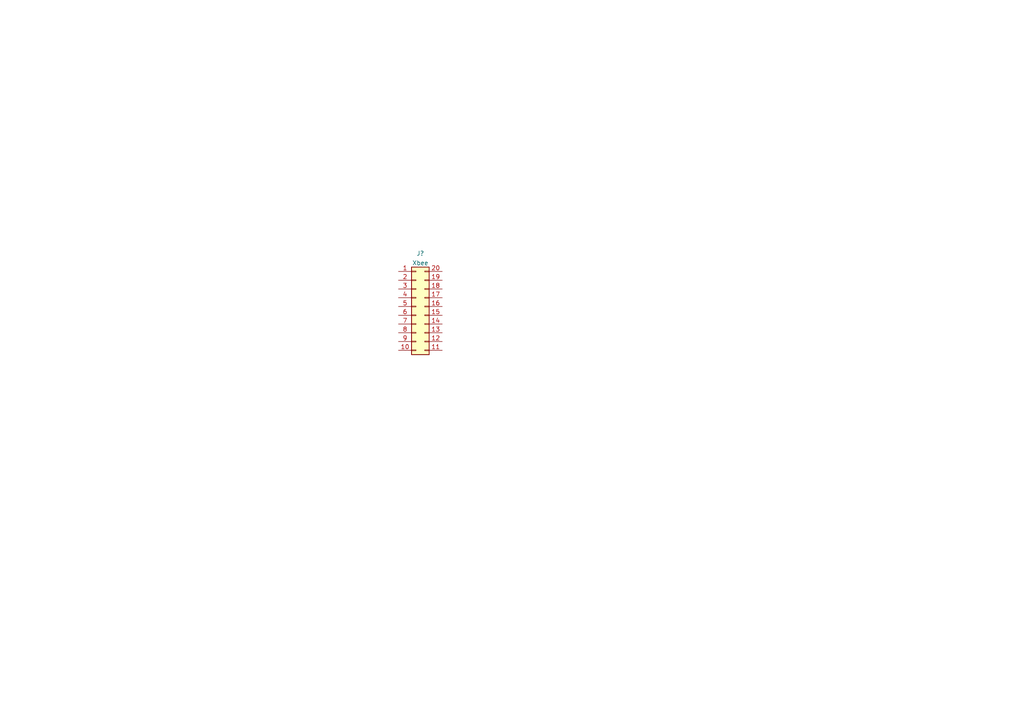
<source format=kicad_sch>
(kicad_sch (version 20211123) (generator eeschema)
  (paper "A4")
  (lib_symbols
    (symbol "Connector_Generic:Conn_02x10_Counter_Clockwise" (pin_names (offset 1.016) hide)
      (property "Reference" "J" (at 1.27 12.7 0))
      (property "Value" "Conn_02x10_Counter_Clockwise" (at 1.27 -15.24 0))
      (symbol "Conn_02x10_Counter_Clockwise_1_1"
        (rectangle (start -1.27 -12.573) (end 0 -12.827) (stroke (width 0.1524)))
        (rectangle (start -1.27 -10.033) (end 0 -10.287) (stroke (width 0.1524)))
        (rectangle (start -1.27 -7.493) (end 0 -7.747) (stroke (width 0.1524)))
        (rectangle (start -1.27 -4.953) (end 0 -5.207) (stroke (width 0.1524)))
        (rectangle (start -1.27 -2.413) (end 0 -2.667) (stroke (width 0.1524)))
        (rectangle (start -1.27 0.127) (end 0 -0.127) (stroke (width 0.1524)))
        (rectangle (start -1.27 2.667) (end 0 2.413) (stroke (width 0.1524)))
        (rectangle (start -1.27 5.207) (end 0 4.953) (stroke (width 0.1524)))
        (rectangle (start -1.27 7.747) (end 0 7.493) (stroke (width 0.1524)))
        (rectangle (start -1.27 10.287) (end 0 10.033) (stroke (width 0.1524)))
        (rectangle (start -1.27 11.43) (end 3.81 -13.97) (stroke (width 0.254)) (fill (type background)))
        (rectangle (start 3.81 -12.573) (end 2.54 -12.827) (stroke (width 0.1524)))
        (rectangle (start 3.81 -10.033) (end 2.54 -10.287) (stroke (width 0.1524)))
        (rectangle (start 3.81 -7.493) (end 2.54 -7.747) (stroke (width 0.1524)))
        (rectangle (start 3.81 -4.953) (end 2.54 -5.207) (stroke (width 0.1524)))
        (rectangle (start 3.81 -2.413) (end 2.54 -2.667) (stroke (width 0.1524)))
        (rectangle (start 3.81 0.127) (end 2.54 -0.127) (stroke (width 0.1524)))
        (rectangle (start 3.81 2.667) (end 2.54 2.413) (stroke (width 0.1524)))
        (rectangle (start 3.81 5.207) (end 2.54 4.953) (stroke (width 0.1524)))
        (rectangle (start 3.81 7.747) (end 2.54 7.493) (stroke (width 0.1524)))
        (rectangle (start 3.81 10.287) (end 2.54 10.033) (stroke (width 0.1524)))
        (pin passive line (at -5.08 10.16 0) (length 3.81) (name "Pin_1") (number "1"))
        (pin passive line (at -5.08 -12.7 0) (length 3.81) (name "Pin_10") (number "10"))
        (pin passive line (at 7.62 -12.7 180) (length 3.81) (name "Pin_11") (number "11"))
        (pin passive line (at 7.62 -10.16 180) (length 3.81) (name "Pin_12") (number "12"))
        (pin passive line (at 7.62 -7.62 180) (length 3.81) (name "Pin_13") (number "13"))
        (pin passive line (at 7.62 -5.08 180) (length 3.81) (name "Pin_14") (number "14"))
        (pin passive line (at 7.62 -2.54 180) (length 3.81) (name "Pin_15") (number "15"))
        (pin passive line (at 7.62 0 180) (length 3.81) (name "Pin_16") (number "16"))
        (pin passive line (at 7.62 2.54 180) (length 3.81) (name "Pin_17") (number "17"))
        (pin passive line (at 7.62 5.08 180) (length 3.81) (name "Pin_18") (number "18"))
        (pin passive line (at 7.62 7.62 180) (length 3.81) (name "Pin_19") (number "19"))
        (pin passive line (at -5.08 7.62 0) (length 3.81) (name "Pin_2") (number "2"))
        (pin passive line (at 7.62 10.16 180) (length 3.81) (name "Pin_20") (number "20"))
        (pin passive line (at -5.08 5.08 0) (length 3.81) (name "Pin_3") (number "3"))
        (pin passive line (at -5.08 2.54 0) (length 3.81) (name "Pin_4") (number "4"))
        (pin passive line (at -5.08 0 0) (length 3.81) (name "Pin_5") (number "5"))
        (pin passive line (at -5.08 -2.54 0) (length 3.81) (name "Pin_6") (number "6"))
        (pin passive line (at -5.08 -5.08 0) (length 3.81) (name "Pin_7") (number "7"))
        (pin passive line (at -5.08 -7.62 0) (length 3.81) (name "Pin_8") (number "8"))
        (pin passive line (at -5.08 -10.16 0) (length 3.81) (name "Pin_9") (number "9"))
      )
    )
  )
  (symbol (lib_id "Connector_Generic:Conn_02x10_Counter_Clockwise") (at 120.65 88.9 0) (unit 1)
    (property "Reference" "J?" (at 121.92 73.5035 0))
    (property "Value" "Xbee" (at 121.92 76.2786 0))
  )
)
</source>
